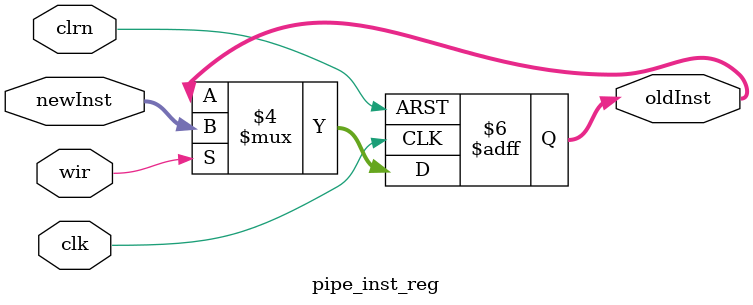
<source format=v>
`timescale 1ns / 1ps
module pipe_inst_reg(newInst,oldInst,clk,clrn,wir
    );
	 input [31:0] newInst;
	 output [31:0] oldInst;
	 input clk,clrn;
	 input wir;

	  reg [31:0] oldInst;
	  always @(negedge clrn or posedge clk)
			if(clrn == 0)
				begin
					oldInst <= 0;
				end
			else
				begin
					if(wir)
					oldInst <= newInst;
				end
		initial
			begin
				oldInst = 0;
			end
endmodule

</source>
